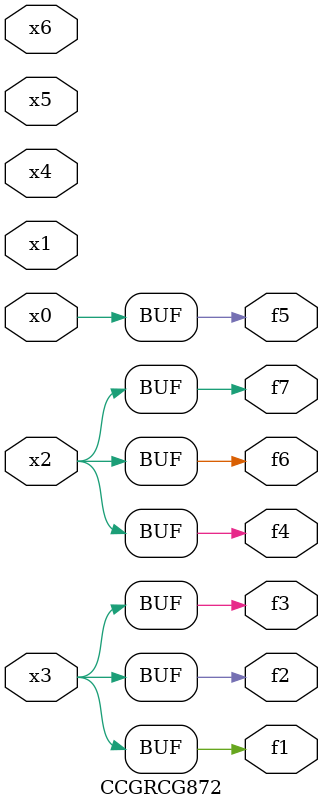
<source format=v>
module CCGRCG872(
	input x0, x1, x2, x3, x4, x5, x6,
	output f1, f2, f3, f4, f5, f6, f7
);
	assign f1 = x3;
	assign f2 = x3;
	assign f3 = x3;
	assign f4 = x2;
	assign f5 = x0;
	assign f6 = x2;
	assign f7 = x2;
endmodule

</source>
